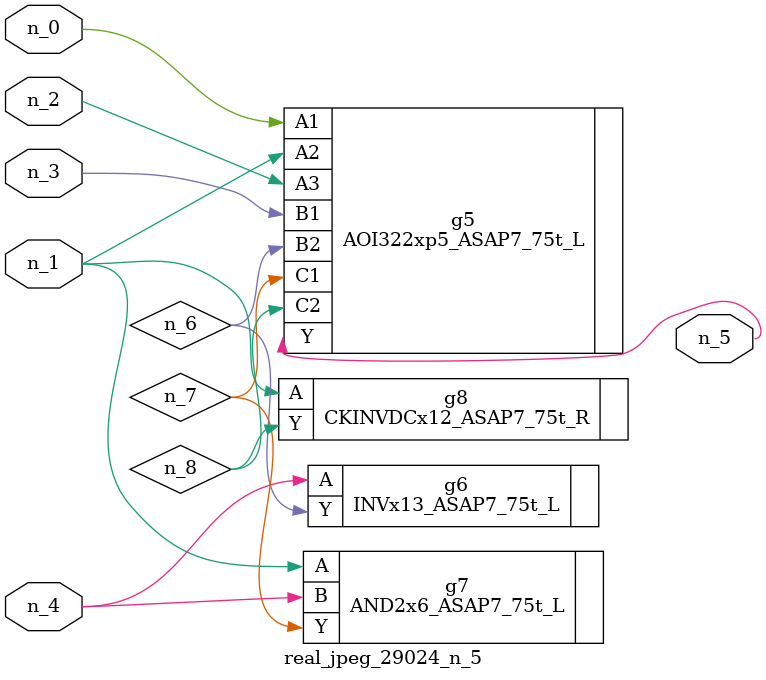
<source format=v>
module real_jpeg_29024_n_5 (n_4, n_0, n_1, n_2, n_3, n_5);

input n_4;
input n_0;
input n_1;
input n_2;
input n_3;

output n_5;

wire n_8;
wire n_6;
wire n_7;

AOI322xp5_ASAP7_75t_L g5 ( 
.A1(n_0),
.A2(n_1),
.A3(n_2),
.B1(n_3),
.B2(n_6),
.C1(n_7),
.C2(n_8),
.Y(n_5)
);

AND2x6_ASAP7_75t_L g7 ( 
.A(n_1),
.B(n_4),
.Y(n_7)
);

CKINVDCx12_ASAP7_75t_R g8 ( 
.A(n_1),
.Y(n_8)
);

INVx13_ASAP7_75t_L g6 ( 
.A(n_4),
.Y(n_6)
);


endmodule
</source>
